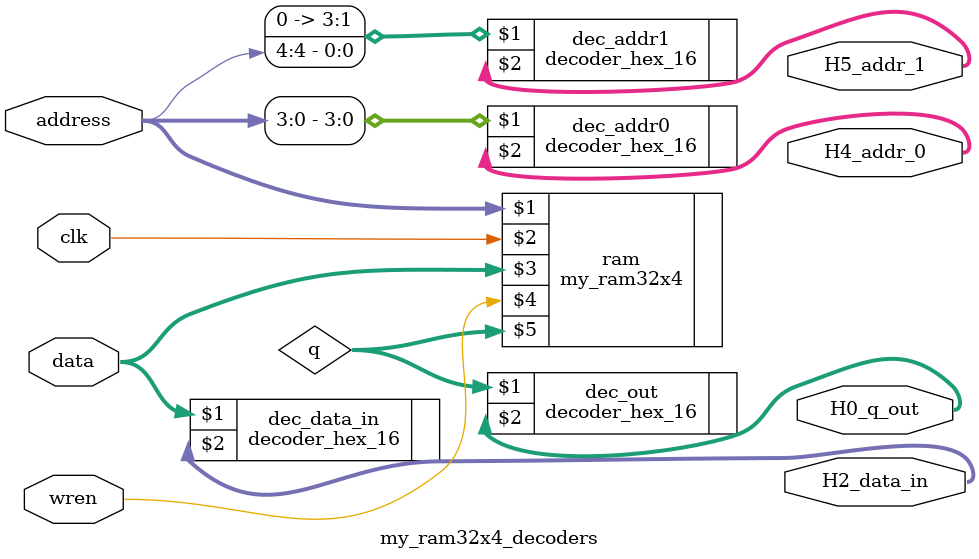
<source format=v>
module my_ram32x4_decoders(input [4:0] address,
									input clk,	
									input [3:0] data,
									input wren,
									output [0:6] H5_addr_1, H4_addr_0,
													 H2_data_in, H0_q_out);
									
	wire [3:0] q;
	
	my_ram32x4 ram(address, clk, data, wren, q);
	
	decoder_hex_16 dec_addr1({3'b000, address[4]}, H5_addr_1[0:6]);
	decoder_hex_16 dec_addr0(address[3:0], H4_addr_0[0:6]);
	decoder_hex_16 dec_data_in(data[3:0], H2_data_in[0:6]);
	decoder_hex_16 dec_out(q[3:0], H0_q_out[0:6]);
	
endmodule

</source>
